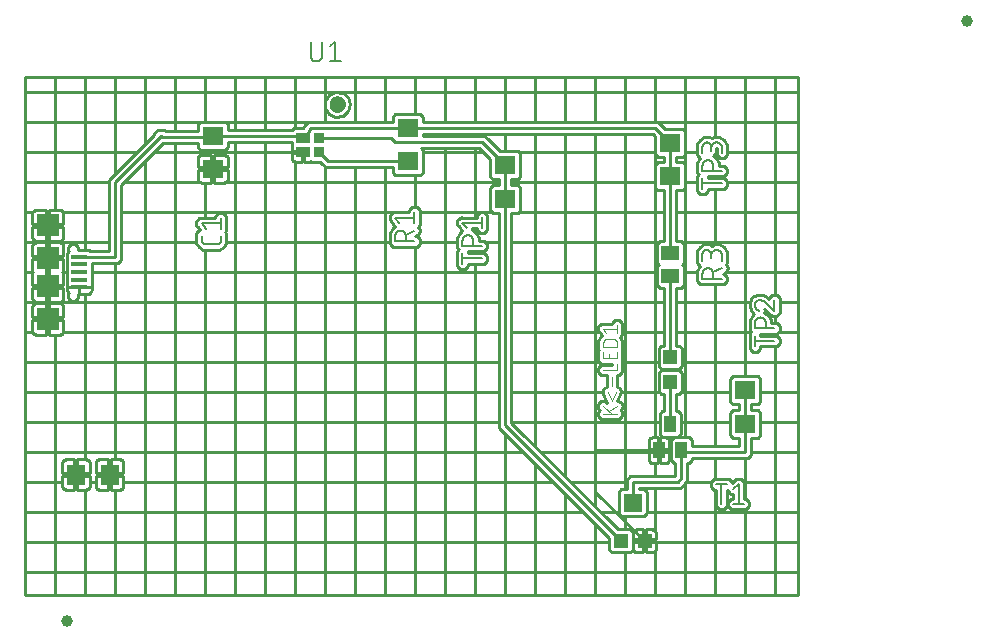
<source format=gtl>
G04 EAGLE Gerber RS-274X export*
G75*
%MOMM*%
%FSLAX34Y34*%
%LPD*%
%INTop Copper*%
%IPPOS*%
%AMOC8*
5,1,8,0,0,1.08239X$1,22.5*%
G01*
%ADD10C,0.152400*%
%ADD11C,0.127000*%
%ADD12C,0.101600*%
%ADD13C,0.254000*%
%ADD14C,1.000000*%
%ADD15R,0.950000X0.850000*%
%ADD16R,1.150000X0.850000*%
%ADD17R,1.150000X0.970000*%
%ADD18R,0.950000X0.970000*%
%ADD19R,1.803000X1.600000*%
%ADD20R,1.800000X1.600000*%
%ADD21R,1.200000X1.200000*%
%ADD22R,1.600000X1.500000*%
%ADD23R,1.000000X1.400000*%
%ADD24R,1.500000X1.300000*%
%ADD25R,1.346200X0.381000*%
%ADD26R,1.900000X1.900000*%
%ADD27R,1.600000X1.803000*%


D10*
X165608Y361047D02*
X165608Y357434D01*
X165606Y357316D01*
X165600Y357198D01*
X165591Y357080D01*
X165577Y356963D01*
X165560Y356846D01*
X165539Y356729D01*
X165514Y356614D01*
X165485Y356499D01*
X165452Y356385D01*
X165416Y356273D01*
X165376Y356162D01*
X165333Y356052D01*
X165286Y355943D01*
X165236Y355836D01*
X165181Y355731D01*
X165124Y355628D01*
X165063Y355527D01*
X164999Y355427D01*
X164932Y355330D01*
X164862Y355235D01*
X164788Y355143D01*
X164712Y355052D01*
X164632Y354965D01*
X164550Y354880D01*
X164465Y354798D01*
X164378Y354718D01*
X164287Y354642D01*
X164195Y354568D01*
X164100Y354498D01*
X164003Y354431D01*
X163903Y354367D01*
X163802Y354306D01*
X163699Y354249D01*
X163594Y354194D01*
X163487Y354144D01*
X163378Y354097D01*
X163268Y354054D01*
X163157Y354014D01*
X163045Y353978D01*
X162931Y353945D01*
X162816Y353916D01*
X162701Y353891D01*
X162584Y353870D01*
X162467Y353853D01*
X162350Y353839D01*
X162232Y353830D01*
X162114Y353824D01*
X161996Y353822D01*
X152964Y353822D01*
X152846Y353824D01*
X152728Y353830D01*
X152610Y353839D01*
X152492Y353853D01*
X152375Y353870D01*
X152259Y353891D01*
X152144Y353916D01*
X152029Y353945D01*
X151915Y353978D01*
X151803Y354014D01*
X151691Y354054D01*
X151581Y354097D01*
X151473Y354144D01*
X151366Y354195D01*
X151261Y354249D01*
X151158Y354306D01*
X151056Y354367D01*
X150957Y354431D01*
X150860Y354498D01*
X150765Y354569D01*
X150672Y354642D01*
X150582Y354719D01*
X150494Y354798D01*
X150409Y354880D01*
X150327Y354965D01*
X150248Y355053D01*
X150171Y355143D01*
X150098Y355236D01*
X150027Y355330D01*
X149960Y355428D01*
X149896Y355527D01*
X149835Y355628D01*
X149778Y355732D01*
X149724Y355837D01*
X149673Y355944D01*
X149626Y356052D01*
X149583Y356162D01*
X149543Y356274D01*
X149507Y356386D01*
X149474Y356500D01*
X149445Y356615D01*
X149420Y356730D01*
X149399Y356846D01*
X149382Y356963D01*
X149368Y357081D01*
X149359Y357199D01*
X149353Y357317D01*
X149351Y357435D01*
X149352Y357434D02*
X149352Y361047D01*
X152964Y366888D02*
X149352Y371403D01*
X165608Y371403D01*
X165608Y366888D02*
X165608Y375919D01*
D11*
X241935Y513221D02*
X241935Y525145D01*
X241935Y513221D02*
X241937Y513086D01*
X241943Y512952D01*
X241953Y512818D01*
X241967Y512684D01*
X241984Y512550D01*
X242006Y512417D01*
X242032Y512285D01*
X242061Y512154D01*
X242094Y512023D01*
X242131Y511894D01*
X242172Y511765D01*
X242217Y511638D01*
X242265Y511513D01*
X242317Y511389D01*
X242373Y511266D01*
X242432Y511145D01*
X242494Y511026D01*
X242561Y510909D01*
X242630Y510793D01*
X242703Y510680D01*
X242779Y510569D01*
X242859Y510460D01*
X242942Y510354D01*
X243027Y510250D01*
X243116Y510149D01*
X243208Y510050D01*
X243302Y509954D01*
X243399Y509861D01*
X243499Y509771D01*
X243602Y509684D01*
X243707Y509600D01*
X243815Y509519D01*
X243924Y509441D01*
X244036Y509366D01*
X244151Y509295D01*
X244267Y509227D01*
X244385Y509163D01*
X244505Y509102D01*
X244627Y509044D01*
X244750Y508991D01*
X244875Y508940D01*
X245002Y508894D01*
X245129Y508851D01*
X245258Y508812D01*
X245388Y508777D01*
X245519Y508746D01*
X245651Y508718D01*
X245784Y508695D01*
X245917Y508675D01*
X246051Y508659D01*
X246185Y508647D01*
X246319Y508639D01*
X246454Y508635D01*
X246588Y508635D01*
X246723Y508639D01*
X246857Y508647D01*
X246991Y508659D01*
X247125Y508675D01*
X247258Y508695D01*
X247391Y508718D01*
X247523Y508746D01*
X247654Y508777D01*
X247784Y508812D01*
X247913Y508851D01*
X248040Y508894D01*
X248167Y508940D01*
X248292Y508991D01*
X248415Y509044D01*
X248537Y509102D01*
X248657Y509163D01*
X248775Y509227D01*
X248891Y509295D01*
X249006Y509366D01*
X249118Y509441D01*
X249227Y509519D01*
X249335Y509600D01*
X249440Y509684D01*
X249543Y509771D01*
X249643Y509861D01*
X249740Y509954D01*
X249834Y510050D01*
X249926Y510149D01*
X250015Y510250D01*
X250100Y510354D01*
X250183Y510460D01*
X250263Y510569D01*
X250339Y510680D01*
X250412Y510793D01*
X250481Y510909D01*
X250548Y511026D01*
X250610Y511145D01*
X250669Y511266D01*
X250725Y511389D01*
X250777Y511513D01*
X250825Y511638D01*
X250870Y511765D01*
X250911Y511894D01*
X250948Y512023D01*
X250981Y512154D01*
X251010Y512285D01*
X251036Y512417D01*
X251058Y512550D01*
X251075Y512684D01*
X251089Y512818D01*
X251099Y512952D01*
X251105Y513086D01*
X251107Y513221D01*
X251107Y525145D01*
X258087Y521476D02*
X262673Y525145D01*
X262673Y508635D01*
X258087Y508635D02*
X267260Y508635D01*
X313055Y356235D02*
X329565Y356235D01*
X313055Y356235D02*
X313055Y360821D01*
X313057Y360956D01*
X313063Y361090D01*
X313073Y361224D01*
X313087Y361358D01*
X313104Y361492D01*
X313126Y361625D01*
X313152Y361757D01*
X313181Y361888D01*
X313214Y362019D01*
X313251Y362148D01*
X313292Y362277D01*
X313337Y362404D01*
X313385Y362529D01*
X313437Y362653D01*
X313493Y362776D01*
X313552Y362897D01*
X313614Y363016D01*
X313681Y363133D01*
X313750Y363249D01*
X313823Y363362D01*
X313899Y363473D01*
X313979Y363582D01*
X314062Y363688D01*
X314147Y363792D01*
X314236Y363893D01*
X314328Y363992D01*
X314422Y364088D01*
X314519Y364181D01*
X314619Y364271D01*
X314722Y364358D01*
X314827Y364442D01*
X314935Y364523D01*
X315044Y364601D01*
X315156Y364676D01*
X315271Y364747D01*
X315387Y364815D01*
X315505Y364879D01*
X315625Y364940D01*
X315747Y364998D01*
X315870Y365051D01*
X315995Y365102D01*
X316122Y365148D01*
X316249Y365191D01*
X316378Y365230D01*
X316508Y365265D01*
X316639Y365296D01*
X316771Y365324D01*
X316904Y365347D01*
X317037Y365367D01*
X317171Y365383D01*
X317305Y365395D01*
X317439Y365403D01*
X317574Y365407D01*
X317708Y365407D01*
X317843Y365403D01*
X317977Y365395D01*
X318111Y365383D01*
X318245Y365367D01*
X318378Y365347D01*
X318511Y365324D01*
X318643Y365296D01*
X318774Y365265D01*
X318904Y365230D01*
X319033Y365191D01*
X319160Y365148D01*
X319287Y365102D01*
X319412Y365051D01*
X319535Y364998D01*
X319657Y364940D01*
X319777Y364879D01*
X319895Y364815D01*
X320011Y364747D01*
X320126Y364676D01*
X320238Y364601D01*
X320347Y364523D01*
X320455Y364442D01*
X320560Y364358D01*
X320663Y364271D01*
X320763Y364181D01*
X320860Y364088D01*
X320954Y363992D01*
X321046Y363893D01*
X321135Y363792D01*
X321220Y363688D01*
X321303Y363582D01*
X321383Y363473D01*
X321459Y363362D01*
X321532Y363249D01*
X321601Y363133D01*
X321668Y363016D01*
X321730Y362897D01*
X321789Y362776D01*
X321845Y362653D01*
X321897Y362529D01*
X321945Y362404D01*
X321990Y362277D01*
X322031Y362148D01*
X322068Y362019D01*
X322101Y361888D01*
X322130Y361757D01*
X322156Y361625D01*
X322178Y361492D01*
X322195Y361358D01*
X322209Y361224D01*
X322219Y361090D01*
X322225Y360956D01*
X322227Y360821D01*
X322227Y356235D01*
X322227Y361738D02*
X329565Y365407D01*
X316724Y371784D02*
X313055Y376370D01*
X329565Y376370D01*
X329565Y371784D02*
X329565Y380956D01*
X370205Y341771D02*
X386715Y341771D01*
X370205Y337185D02*
X370205Y346357D01*
X370205Y352485D02*
X386715Y352485D01*
X370205Y352485D02*
X370205Y357071D01*
X370207Y357206D01*
X370213Y357340D01*
X370223Y357474D01*
X370237Y357608D01*
X370254Y357742D01*
X370276Y357875D01*
X370302Y358007D01*
X370331Y358138D01*
X370364Y358269D01*
X370401Y358398D01*
X370442Y358527D01*
X370487Y358654D01*
X370535Y358779D01*
X370587Y358903D01*
X370643Y359026D01*
X370702Y359147D01*
X370764Y359266D01*
X370831Y359383D01*
X370900Y359499D01*
X370973Y359612D01*
X371049Y359723D01*
X371129Y359832D01*
X371212Y359938D01*
X371297Y360042D01*
X371386Y360143D01*
X371478Y360242D01*
X371572Y360338D01*
X371669Y360431D01*
X371769Y360521D01*
X371872Y360608D01*
X371977Y360692D01*
X372085Y360773D01*
X372194Y360851D01*
X372306Y360926D01*
X372421Y360997D01*
X372537Y361065D01*
X372655Y361129D01*
X372775Y361190D01*
X372897Y361248D01*
X373020Y361301D01*
X373145Y361352D01*
X373272Y361398D01*
X373399Y361441D01*
X373528Y361480D01*
X373658Y361515D01*
X373789Y361546D01*
X373921Y361574D01*
X374054Y361597D01*
X374187Y361617D01*
X374321Y361633D01*
X374455Y361645D01*
X374589Y361653D01*
X374724Y361657D01*
X374858Y361657D01*
X374993Y361653D01*
X375127Y361645D01*
X375261Y361633D01*
X375395Y361617D01*
X375528Y361597D01*
X375661Y361574D01*
X375793Y361546D01*
X375924Y361515D01*
X376054Y361480D01*
X376183Y361441D01*
X376310Y361398D01*
X376437Y361352D01*
X376562Y361301D01*
X376685Y361248D01*
X376807Y361190D01*
X376927Y361129D01*
X377045Y361065D01*
X377161Y360997D01*
X377276Y360926D01*
X377388Y360851D01*
X377497Y360773D01*
X377605Y360692D01*
X377710Y360608D01*
X377813Y360521D01*
X377913Y360431D01*
X378010Y360338D01*
X378104Y360242D01*
X378196Y360143D01*
X378285Y360042D01*
X378370Y359938D01*
X378453Y359832D01*
X378533Y359723D01*
X378609Y359612D01*
X378682Y359499D01*
X378751Y359383D01*
X378818Y359266D01*
X378880Y359147D01*
X378939Y359026D01*
X378995Y358903D01*
X379047Y358779D01*
X379095Y358654D01*
X379140Y358527D01*
X379181Y358398D01*
X379218Y358269D01*
X379251Y358138D01*
X379280Y358007D01*
X379306Y357875D01*
X379328Y357742D01*
X379345Y357608D01*
X379359Y357474D01*
X379369Y357340D01*
X379375Y357206D01*
X379377Y357071D01*
X379377Y352485D01*
X373874Y367405D02*
X370205Y371992D01*
X386715Y371992D01*
X386715Y376578D02*
X386715Y367405D01*
X573405Y405271D02*
X589915Y405271D01*
X573405Y400685D02*
X573405Y409857D01*
X573405Y415985D02*
X589915Y415985D01*
X573405Y415985D02*
X573405Y420571D01*
X573407Y420706D01*
X573413Y420840D01*
X573423Y420974D01*
X573437Y421108D01*
X573454Y421242D01*
X573476Y421375D01*
X573502Y421507D01*
X573531Y421638D01*
X573564Y421769D01*
X573601Y421898D01*
X573642Y422027D01*
X573687Y422154D01*
X573735Y422279D01*
X573787Y422403D01*
X573843Y422526D01*
X573902Y422647D01*
X573964Y422766D01*
X574031Y422883D01*
X574100Y422999D01*
X574173Y423112D01*
X574249Y423223D01*
X574329Y423332D01*
X574412Y423438D01*
X574497Y423542D01*
X574586Y423643D01*
X574678Y423742D01*
X574772Y423838D01*
X574869Y423931D01*
X574969Y424021D01*
X575072Y424108D01*
X575177Y424192D01*
X575285Y424273D01*
X575394Y424351D01*
X575506Y424426D01*
X575621Y424497D01*
X575737Y424565D01*
X575855Y424629D01*
X575975Y424690D01*
X576097Y424748D01*
X576220Y424801D01*
X576345Y424852D01*
X576472Y424898D01*
X576599Y424941D01*
X576728Y424980D01*
X576858Y425015D01*
X576989Y425046D01*
X577121Y425074D01*
X577254Y425097D01*
X577387Y425117D01*
X577521Y425133D01*
X577655Y425145D01*
X577789Y425153D01*
X577924Y425157D01*
X578058Y425157D01*
X578193Y425153D01*
X578327Y425145D01*
X578461Y425133D01*
X578595Y425117D01*
X578728Y425097D01*
X578861Y425074D01*
X578993Y425046D01*
X579124Y425015D01*
X579254Y424980D01*
X579383Y424941D01*
X579510Y424898D01*
X579637Y424852D01*
X579762Y424801D01*
X579885Y424748D01*
X580007Y424690D01*
X580127Y424629D01*
X580245Y424565D01*
X580361Y424497D01*
X580476Y424426D01*
X580588Y424351D01*
X580697Y424273D01*
X580805Y424192D01*
X580910Y424108D01*
X581013Y424021D01*
X581113Y423931D01*
X581210Y423838D01*
X581304Y423742D01*
X581396Y423643D01*
X581485Y423542D01*
X581570Y423438D01*
X581653Y423332D01*
X581733Y423223D01*
X581809Y423112D01*
X581882Y422999D01*
X581951Y422883D01*
X582018Y422766D01*
X582080Y422647D01*
X582139Y422526D01*
X582195Y422403D01*
X582247Y422279D01*
X582295Y422154D01*
X582340Y422027D01*
X582381Y421898D01*
X582418Y421769D01*
X582451Y421638D01*
X582480Y421507D01*
X582506Y421375D01*
X582528Y421242D01*
X582545Y421108D01*
X582559Y420974D01*
X582569Y420840D01*
X582575Y420706D01*
X582577Y420571D01*
X582577Y415985D01*
X589915Y430905D02*
X589915Y435492D01*
X589913Y435627D01*
X589907Y435761D01*
X589897Y435895D01*
X589883Y436029D01*
X589866Y436163D01*
X589844Y436296D01*
X589818Y436428D01*
X589789Y436559D01*
X589756Y436690D01*
X589719Y436819D01*
X589678Y436948D01*
X589633Y437075D01*
X589585Y437200D01*
X589533Y437324D01*
X589477Y437447D01*
X589418Y437568D01*
X589356Y437687D01*
X589289Y437804D01*
X589220Y437920D01*
X589147Y438033D01*
X589071Y438144D01*
X588991Y438253D01*
X588908Y438359D01*
X588823Y438463D01*
X588734Y438564D01*
X588642Y438663D01*
X588548Y438759D01*
X588451Y438852D01*
X588351Y438942D01*
X588248Y439029D01*
X588143Y439113D01*
X588035Y439194D01*
X587926Y439272D01*
X587814Y439347D01*
X587699Y439418D01*
X587583Y439486D01*
X587465Y439550D01*
X587345Y439611D01*
X587223Y439669D01*
X587100Y439722D01*
X586975Y439773D01*
X586848Y439819D01*
X586721Y439862D01*
X586592Y439901D01*
X586462Y439936D01*
X586331Y439967D01*
X586199Y439995D01*
X586066Y440018D01*
X585933Y440038D01*
X585799Y440054D01*
X585665Y440066D01*
X585531Y440074D01*
X585396Y440078D01*
X585262Y440078D01*
X585127Y440074D01*
X584993Y440066D01*
X584859Y440054D01*
X584725Y440038D01*
X584592Y440018D01*
X584459Y439995D01*
X584327Y439967D01*
X584196Y439936D01*
X584066Y439901D01*
X583937Y439862D01*
X583810Y439819D01*
X583683Y439773D01*
X583558Y439722D01*
X583435Y439669D01*
X583313Y439611D01*
X583193Y439550D01*
X583075Y439486D01*
X582959Y439418D01*
X582844Y439347D01*
X582732Y439272D01*
X582623Y439194D01*
X582515Y439113D01*
X582410Y439029D01*
X582307Y438942D01*
X582207Y438852D01*
X582110Y438759D01*
X582016Y438663D01*
X581924Y438564D01*
X581835Y438463D01*
X581750Y438359D01*
X581667Y438253D01*
X581587Y438144D01*
X581511Y438033D01*
X581438Y437920D01*
X581369Y437804D01*
X581302Y437687D01*
X581240Y437568D01*
X581181Y437447D01*
X581125Y437324D01*
X581073Y437200D01*
X581025Y437075D01*
X580980Y436948D01*
X580939Y436819D01*
X580902Y436690D01*
X580869Y436559D01*
X580840Y436428D01*
X580814Y436296D01*
X580792Y436163D01*
X580775Y436029D01*
X580761Y435895D01*
X580751Y435761D01*
X580745Y435627D01*
X580743Y435492D01*
X573405Y436409D02*
X573405Y430905D01*
X573405Y436409D02*
X573407Y436529D01*
X573413Y436649D01*
X573423Y436769D01*
X573436Y436888D01*
X573454Y437007D01*
X573475Y437125D01*
X573501Y437242D01*
X573530Y437359D01*
X573563Y437474D01*
X573600Y437588D01*
X573640Y437701D01*
X573684Y437813D01*
X573732Y437923D01*
X573783Y438032D01*
X573838Y438139D01*
X573897Y438244D01*
X573958Y438346D01*
X574023Y438447D01*
X574092Y438546D01*
X574163Y438643D01*
X574238Y438737D01*
X574315Y438828D01*
X574396Y438917D01*
X574480Y439003D01*
X574566Y439087D01*
X574655Y439168D01*
X574746Y439245D01*
X574840Y439320D01*
X574937Y439391D01*
X575036Y439460D01*
X575137Y439525D01*
X575240Y439586D01*
X575344Y439645D01*
X575451Y439700D01*
X575560Y439751D01*
X575670Y439799D01*
X575782Y439843D01*
X575895Y439883D01*
X576009Y439920D01*
X576124Y439953D01*
X576241Y439982D01*
X576358Y440008D01*
X576476Y440029D01*
X576595Y440047D01*
X576714Y440060D01*
X576834Y440070D01*
X576954Y440076D01*
X577074Y440078D01*
X577194Y440076D01*
X577314Y440070D01*
X577434Y440060D01*
X577553Y440047D01*
X577672Y440029D01*
X577790Y440008D01*
X577907Y439982D01*
X578024Y439953D01*
X578139Y439920D01*
X578253Y439883D01*
X578366Y439843D01*
X578478Y439799D01*
X578588Y439751D01*
X578697Y439700D01*
X578804Y439645D01*
X578909Y439586D01*
X579011Y439525D01*
X579112Y439460D01*
X579211Y439391D01*
X579308Y439320D01*
X579402Y439245D01*
X579493Y439168D01*
X579582Y439087D01*
X579668Y439003D01*
X579752Y438917D01*
X579833Y438828D01*
X579910Y438737D01*
X579985Y438643D01*
X580056Y438546D01*
X580125Y438447D01*
X580190Y438346D01*
X580251Y438244D01*
X580310Y438139D01*
X580365Y438032D01*
X580416Y437923D01*
X580464Y437813D01*
X580508Y437701D01*
X580548Y437588D01*
X580585Y437474D01*
X580618Y437359D01*
X580647Y437242D01*
X580673Y437125D01*
X580694Y437007D01*
X580712Y436888D01*
X580725Y436769D01*
X580735Y436649D01*
X580741Y436529D01*
X580743Y436409D01*
X580743Y432740D01*
X573405Y324485D02*
X589915Y324485D01*
X573405Y324485D02*
X573405Y329071D01*
X573407Y329206D01*
X573413Y329340D01*
X573423Y329474D01*
X573437Y329608D01*
X573454Y329742D01*
X573476Y329875D01*
X573502Y330007D01*
X573531Y330138D01*
X573564Y330269D01*
X573601Y330398D01*
X573642Y330527D01*
X573687Y330654D01*
X573735Y330779D01*
X573787Y330903D01*
X573843Y331026D01*
X573902Y331147D01*
X573964Y331266D01*
X574031Y331383D01*
X574100Y331499D01*
X574173Y331612D01*
X574249Y331723D01*
X574329Y331832D01*
X574412Y331938D01*
X574497Y332042D01*
X574586Y332143D01*
X574678Y332242D01*
X574772Y332338D01*
X574869Y332431D01*
X574969Y332521D01*
X575072Y332608D01*
X575177Y332692D01*
X575285Y332773D01*
X575394Y332851D01*
X575506Y332926D01*
X575621Y332997D01*
X575737Y333065D01*
X575855Y333129D01*
X575975Y333190D01*
X576097Y333248D01*
X576220Y333301D01*
X576345Y333352D01*
X576472Y333398D01*
X576599Y333441D01*
X576728Y333480D01*
X576858Y333515D01*
X576989Y333546D01*
X577121Y333574D01*
X577254Y333597D01*
X577387Y333617D01*
X577521Y333633D01*
X577655Y333645D01*
X577789Y333653D01*
X577924Y333657D01*
X578058Y333657D01*
X578193Y333653D01*
X578327Y333645D01*
X578461Y333633D01*
X578595Y333617D01*
X578728Y333597D01*
X578861Y333574D01*
X578993Y333546D01*
X579124Y333515D01*
X579254Y333480D01*
X579383Y333441D01*
X579510Y333398D01*
X579637Y333352D01*
X579762Y333301D01*
X579885Y333248D01*
X580007Y333190D01*
X580127Y333129D01*
X580245Y333065D01*
X580361Y332997D01*
X580476Y332926D01*
X580588Y332851D01*
X580697Y332773D01*
X580805Y332692D01*
X580910Y332608D01*
X581013Y332521D01*
X581113Y332431D01*
X581210Y332338D01*
X581304Y332242D01*
X581396Y332143D01*
X581485Y332042D01*
X581570Y331938D01*
X581653Y331832D01*
X581733Y331723D01*
X581809Y331612D01*
X581882Y331499D01*
X581951Y331383D01*
X582018Y331266D01*
X582080Y331147D01*
X582139Y331026D01*
X582195Y330903D01*
X582247Y330779D01*
X582295Y330654D01*
X582340Y330527D01*
X582381Y330398D01*
X582418Y330269D01*
X582451Y330138D01*
X582480Y330007D01*
X582506Y329875D01*
X582528Y329742D01*
X582545Y329608D01*
X582559Y329474D01*
X582569Y329340D01*
X582575Y329206D01*
X582577Y329071D01*
X582577Y324485D01*
X582577Y329988D02*
X589915Y333657D01*
X589915Y340034D02*
X589915Y344620D01*
X589913Y344755D01*
X589907Y344889D01*
X589897Y345023D01*
X589883Y345157D01*
X589866Y345291D01*
X589844Y345424D01*
X589818Y345556D01*
X589789Y345687D01*
X589756Y345818D01*
X589719Y345947D01*
X589678Y346076D01*
X589633Y346203D01*
X589585Y346328D01*
X589533Y346452D01*
X589477Y346575D01*
X589418Y346696D01*
X589356Y346815D01*
X589289Y346932D01*
X589220Y347048D01*
X589147Y347161D01*
X589071Y347272D01*
X588991Y347381D01*
X588908Y347487D01*
X588823Y347591D01*
X588734Y347692D01*
X588642Y347791D01*
X588548Y347887D01*
X588451Y347980D01*
X588351Y348070D01*
X588248Y348157D01*
X588143Y348241D01*
X588035Y348322D01*
X587926Y348400D01*
X587814Y348475D01*
X587699Y348546D01*
X587583Y348614D01*
X587465Y348678D01*
X587345Y348739D01*
X587223Y348797D01*
X587100Y348850D01*
X586975Y348901D01*
X586848Y348947D01*
X586721Y348990D01*
X586592Y349029D01*
X586462Y349064D01*
X586331Y349095D01*
X586199Y349123D01*
X586066Y349146D01*
X585933Y349166D01*
X585799Y349182D01*
X585665Y349194D01*
X585531Y349202D01*
X585396Y349206D01*
X585262Y349206D01*
X585127Y349202D01*
X584993Y349194D01*
X584859Y349182D01*
X584725Y349166D01*
X584592Y349146D01*
X584459Y349123D01*
X584327Y349095D01*
X584196Y349064D01*
X584066Y349029D01*
X583937Y348990D01*
X583810Y348947D01*
X583683Y348901D01*
X583558Y348850D01*
X583435Y348797D01*
X583313Y348739D01*
X583193Y348678D01*
X583075Y348614D01*
X582959Y348546D01*
X582844Y348475D01*
X582732Y348400D01*
X582623Y348322D01*
X582515Y348241D01*
X582410Y348157D01*
X582307Y348070D01*
X582207Y347980D01*
X582110Y347887D01*
X582016Y347791D01*
X581924Y347692D01*
X581835Y347591D01*
X581750Y347487D01*
X581667Y347381D01*
X581587Y347272D01*
X581511Y347161D01*
X581438Y347048D01*
X581369Y346932D01*
X581302Y346815D01*
X581240Y346696D01*
X581181Y346575D01*
X581125Y346452D01*
X581073Y346328D01*
X581025Y346203D01*
X580980Y346076D01*
X580939Y345947D01*
X580902Y345818D01*
X580869Y345687D01*
X580840Y345556D01*
X580814Y345424D01*
X580792Y345291D01*
X580775Y345157D01*
X580761Y345023D01*
X580751Y344889D01*
X580745Y344755D01*
X580743Y344620D01*
X573405Y345537D02*
X573405Y340034D01*
X573405Y345537D02*
X573407Y345657D01*
X573413Y345777D01*
X573423Y345897D01*
X573436Y346016D01*
X573454Y346135D01*
X573475Y346253D01*
X573501Y346370D01*
X573530Y346487D01*
X573563Y346602D01*
X573600Y346716D01*
X573640Y346829D01*
X573684Y346941D01*
X573732Y347051D01*
X573783Y347160D01*
X573838Y347267D01*
X573897Y347372D01*
X573958Y347474D01*
X574023Y347575D01*
X574092Y347674D01*
X574163Y347771D01*
X574238Y347865D01*
X574315Y347956D01*
X574396Y348045D01*
X574480Y348131D01*
X574566Y348215D01*
X574655Y348296D01*
X574746Y348373D01*
X574840Y348448D01*
X574937Y348519D01*
X575036Y348588D01*
X575137Y348653D01*
X575240Y348714D01*
X575344Y348773D01*
X575451Y348828D01*
X575560Y348879D01*
X575670Y348927D01*
X575782Y348971D01*
X575895Y349011D01*
X576009Y349048D01*
X576124Y349081D01*
X576241Y349110D01*
X576358Y349136D01*
X576476Y349157D01*
X576595Y349175D01*
X576714Y349188D01*
X576834Y349198D01*
X576954Y349204D01*
X577074Y349206D01*
X577194Y349204D01*
X577314Y349198D01*
X577434Y349188D01*
X577553Y349175D01*
X577672Y349157D01*
X577790Y349136D01*
X577907Y349110D01*
X578024Y349081D01*
X578139Y349048D01*
X578253Y349011D01*
X578366Y348971D01*
X578478Y348927D01*
X578588Y348879D01*
X578697Y348828D01*
X578804Y348773D01*
X578909Y348714D01*
X579011Y348653D01*
X579112Y348588D01*
X579211Y348519D01*
X579308Y348448D01*
X579402Y348373D01*
X579493Y348296D01*
X579582Y348215D01*
X579668Y348131D01*
X579752Y348045D01*
X579833Y347956D01*
X579910Y347865D01*
X579985Y347771D01*
X580056Y347674D01*
X580125Y347575D01*
X580190Y347474D01*
X580251Y347372D01*
X580310Y347267D01*
X580365Y347160D01*
X580416Y347051D01*
X580464Y346941D01*
X580508Y346829D01*
X580548Y346716D01*
X580585Y346602D01*
X580618Y346487D01*
X580647Y346370D01*
X580673Y346253D01*
X580694Y346135D01*
X580712Y346016D01*
X580725Y345897D01*
X580735Y345777D01*
X580741Y345657D01*
X580743Y345537D01*
X580743Y341868D01*
D12*
X501142Y210058D02*
X489458Y210058D01*
X489458Y216549D02*
X496598Y210058D01*
X494002Y212654D02*
X501142Y216549D01*
X496598Y221051D02*
X493353Y228840D01*
X499844Y228840D02*
X496598Y221051D01*
X496598Y234005D02*
X496598Y241794D01*
X501142Y247249D02*
X489458Y247249D01*
X501142Y247249D02*
X501142Y252442D01*
X501142Y257155D02*
X501142Y262348D01*
X501142Y257155D02*
X489458Y257155D01*
X489458Y262348D01*
X494651Y261050D02*
X494651Y257155D01*
X489458Y267039D02*
X501142Y267039D01*
X489458Y267039D02*
X489458Y270284D01*
X489460Y270397D01*
X489466Y270510D01*
X489476Y270623D01*
X489490Y270736D01*
X489507Y270848D01*
X489529Y270959D01*
X489554Y271069D01*
X489584Y271179D01*
X489617Y271287D01*
X489654Y271394D01*
X489694Y271500D01*
X489739Y271604D01*
X489787Y271707D01*
X489838Y271808D01*
X489893Y271907D01*
X489951Y272004D01*
X490013Y272099D01*
X490078Y272192D01*
X490146Y272282D01*
X490217Y272370D01*
X490292Y272456D01*
X490369Y272539D01*
X490449Y272619D01*
X490532Y272696D01*
X490618Y272771D01*
X490706Y272842D01*
X490796Y272910D01*
X490889Y272975D01*
X490984Y273037D01*
X491081Y273095D01*
X491180Y273150D01*
X491281Y273201D01*
X491384Y273249D01*
X491488Y273294D01*
X491594Y273334D01*
X491701Y273371D01*
X491809Y273404D01*
X491919Y273434D01*
X492029Y273459D01*
X492140Y273481D01*
X492252Y273498D01*
X492365Y273512D01*
X492478Y273522D01*
X492591Y273528D01*
X492704Y273530D01*
X497896Y273530D01*
X498009Y273528D01*
X498122Y273522D01*
X498235Y273512D01*
X498348Y273498D01*
X498460Y273481D01*
X498571Y273459D01*
X498681Y273434D01*
X498791Y273404D01*
X498899Y273371D01*
X499006Y273334D01*
X499112Y273294D01*
X499216Y273249D01*
X499319Y273201D01*
X499420Y273150D01*
X499519Y273095D01*
X499616Y273037D01*
X499711Y272975D01*
X499804Y272910D01*
X499894Y272842D01*
X499982Y272771D01*
X500068Y272696D01*
X500151Y272619D01*
X500231Y272539D01*
X500308Y272456D01*
X500383Y272370D01*
X500454Y272282D01*
X500522Y272192D01*
X500587Y272099D01*
X500649Y272004D01*
X500707Y271907D01*
X500762Y271808D01*
X500813Y271707D01*
X500861Y271604D01*
X500906Y271500D01*
X500946Y271394D01*
X500983Y271287D01*
X501016Y271179D01*
X501046Y271069D01*
X501071Y270959D01*
X501093Y270848D01*
X501110Y270736D01*
X501124Y270623D01*
X501134Y270510D01*
X501140Y270397D01*
X501142Y270284D01*
X501142Y267039D01*
X492054Y278850D02*
X489458Y282095D01*
X501142Y282095D01*
X501142Y278850D02*
X501142Y285341D01*
D11*
X617855Y271921D02*
X634365Y271921D01*
X617855Y267335D02*
X617855Y276507D01*
X617855Y282635D02*
X634365Y282635D01*
X617855Y282635D02*
X617855Y287221D01*
X617857Y287356D01*
X617863Y287490D01*
X617873Y287624D01*
X617887Y287758D01*
X617904Y287892D01*
X617926Y288025D01*
X617952Y288157D01*
X617981Y288288D01*
X618014Y288419D01*
X618051Y288548D01*
X618092Y288677D01*
X618137Y288804D01*
X618185Y288929D01*
X618237Y289053D01*
X618293Y289176D01*
X618352Y289297D01*
X618414Y289416D01*
X618481Y289533D01*
X618550Y289649D01*
X618623Y289762D01*
X618699Y289873D01*
X618779Y289982D01*
X618862Y290088D01*
X618947Y290192D01*
X619036Y290293D01*
X619128Y290392D01*
X619222Y290488D01*
X619319Y290581D01*
X619419Y290671D01*
X619522Y290758D01*
X619627Y290842D01*
X619735Y290923D01*
X619844Y291001D01*
X619956Y291076D01*
X620071Y291147D01*
X620187Y291215D01*
X620305Y291279D01*
X620425Y291340D01*
X620547Y291398D01*
X620670Y291451D01*
X620795Y291502D01*
X620922Y291548D01*
X621049Y291591D01*
X621178Y291630D01*
X621308Y291665D01*
X621439Y291696D01*
X621571Y291724D01*
X621704Y291747D01*
X621837Y291767D01*
X621971Y291783D01*
X622105Y291795D01*
X622239Y291803D01*
X622374Y291807D01*
X622508Y291807D01*
X622643Y291803D01*
X622777Y291795D01*
X622911Y291783D01*
X623045Y291767D01*
X623178Y291747D01*
X623311Y291724D01*
X623443Y291696D01*
X623574Y291665D01*
X623704Y291630D01*
X623833Y291591D01*
X623960Y291548D01*
X624087Y291502D01*
X624212Y291451D01*
X624335Y291398D01*
X624457Y291340D01*
X624577Y291279D01*
X624695Y291215D01*
X624811Y291147D01*
X624926Y291076D01*
X625038Y291001D01*
X625147Y290923D01*
X625255Y290842D01*
X625360Y290758D01*
X625463Y290671D01*
X625563Y290581D01*
X625660Y290488D01*
X625754Y290392D01*
X625846Y290293D01*
X625935Y290192D01*
X626020Y290088D01*
X626103Y289982D01*
X626183Y289873D01*
X626259Y289762D01*
X626332Y289649D01*
X626401Y289533D01*
X626468Y289416D01*
X626530Y289297D01*
X626589Y289176D01*
X626645Y289053D01*
X626697Y288929D01*
X626745Y288804D01*
X626790Y288677D01*
X626831Y288548D01*
X626868Y288419D01*
X626901Y288288D01*
X626930Y288157D01*
X626956Y288025D01*
X626978Y287892D01*
X626995Y287758D01*
X627009Y287624D01*
X627019Y287490D01*
X627025Y287356D01*
X627027Y287221D01*
X627027Y282635D01*
X617855Y302600D02*
X617857Y302727D01*
X617863Y302854D01*
X617873Y302981D01*
X617886Y303107D01*
X617904Y303233D01*
X617925Y303359D01*
X617951Y303483D01*
X617980Y303607D01*
X618013Y303730D01*
X618049Y303851D01*
X618090Y303972D01*
X618134Y304091D01*
X618182Y304209D01*
X618233Y304325D01*
X618288Y304440D01*
X618346Y304553D01*
X618408Y304664D01*
X618473Y304773D01*
X618542Y304880D01*
X618614Y304985D01*
X618689Y305088D01*
X618767Y305188D01*
X618848Y305286D01*
X618932Y305381D01*
X619019Y305474D01*
X619109Y305564D01*
X619202Y305651D01*
X619297Y305735D01*
X619395Y305816D01*
X619495Y305894D01*
X619598Y305969D01*
X619703Y306041D01*
X619810Y306110D01*
X619919Y306175D01*
X620030Y306237D01*
X620143Y306295D01*
X620258Y306350D01*
X620374Y306401D01*
X620492Y306449D01*
X620611Y306493D01*
X620732Y306534D01*
X620853Y306570D01*
X620976Y306603D01*
X621100Y306632D01*
X621224Y306658D01*
X621350Y306679D01*
X621476Y306697D01*
X621602Y306710D01*
X621729Y306720D01*
X621856Y306726D01*
X621983Y306728D01*
X617855Y302600D02*
X617857Y302455D01*
X617863Y302310D01*
X617873Y302166D01*
X617887Y302021D01*
X617904Y301877D01*
X617926Y301734D01*
X617952Y301591D01*
X617981Y301449D01*
X618015Y301308D01*
X618052Y301168D01*
X618093Y301029D01*
X618138Y300891D01*
X618186Y300755D01*
X618239Y300619D01*
X618295Y300486D01*
X618354Y300354D01*
X618418Y300223D01*
X618484Y300094D01*
X618554Y299968D01*
X618628Y299843D01*
X618705Y299720D01*
X618786Y299599D01*
X618869Y299481D01*
X618956Y299365D01*
X619046Y299251D01*
X619139Y299140D01*
X619235Y299031D01*
X619334Y298926D01*
X619436Y298822D01*
X619541Y298722D01*
X619648Y298625D01*
X619758Y298530D01*
X619871Y298439D01*
X619986Y298351D01*
X620103Y298265D01*
X620223Y298183D01*
X620344Y298105D01*
X620468Y298030D01*
X620594Y297958D01*
X620722Y297890D01*
X620852Y297825D01*
X620983Y297763D01*
X621116Y297706D01*
X621251Y297652D01*
X621387Y297602D01*
X621524Y297555D01*
X625193Y305351D02*
X625103Y305443D01*
X625011Y305532D01*
X624916Y305618D01*
X624819Y305701D01*
X624719Y305782D01*
X624617Y305860D01*
X624513Y305934D01*
X624407Y306006D01*
X624298Y306074D01*
X624188Y306140D01*
X624076Y306202D01*
X623962Y306261D01*
X623846Y306316D01*
X623729Y306369D01*
X623611Y306417D01*
X623491Y306463D01*
X623370Y306505D01*
X623247Y306543D01*
X623124Y306578D01*
X623000Y306609D01*
X622874Y306636D01*
X622748Y306660D01*
X622622Y306681D01*
X622495Y306697D01*
X622367Y306710D01*
X622239Y306720D01*
X622111Y306725D01*
X621983Y306727D01*
X625193Y305352D02*
X634365Y297555D01*
X634365Y306728D01*
X589421Y150495D02*
X589421Y133985D01*
X584835Y150495D02*
X594007Y150495D01*
X599424Y146826D02*
X604010Y150495D01*
X604010Y133985D01*
X599424Y133985D02*
X608596Y133985D01*
D13*
X258480Y472440D02*
X258482Y472591D01*
X258488Y472741D01*
X258498Y472891D01*
X258512Y473041D01*
X258530Y473191D01*
X258552Y473340D01*
X258578Y473488D01*
X258607Y473636D01*
X258641Y473782D01*
X258678Y473928D01*
X258720Y474073D01*
X258765Y474217D01*
X258814Y474359D01*
X258867Y474500D01*
X258923Y474640D01*
X258983Y474778D01*
X259047Y474914D01*
X259115Y475049D01*
X259185Y475182D01*
X259260Y475313D01*
X259338Y475441D01*
X259419Y475568D01*
X259504Y475693D01*
X259591Y475815D01*
X259683Y475935D01*
X259777Y476052D01*
X259874Y476167D01*
X259974Y476280D01*
X260078Y476389D01*
X260184Y476496D01*
X260293Y476600D01*
X260404Y476701D01*
X260519Y476799D01*
X260635Y476894D01*
X260755Y476986D01*
X260876Y477075D01*
X261000Y477160D01*
X261127Y477242D01*
X261255Y477321D01*
X261385Y477396D01*
X261518Y477468D01*
X261652Y477536D01*
X261788Y477601D01*
X261926Y477662D01*
X262065Y477719D01*
X262206Y477773D01*
X262348Y477823D01*
X262491Y477869D01*
X262635Y477912D01*
X262781Y477950D01*
X262928Y477985D01*
X263075Y478015D01*
X263223Y478042D01*
X263372Y478065D01*
X263521Y478084D01*
X263671Y478099D01*
X263821Y478110D01*
X263972Y478117D01*
X264122Y478120D01*
X264273Y478119D01*
X264423Y478114D01*
X264574Y478105D01*
X264724Y478092D01*
X264873Y478075D01*
X265023Y478054D01*
X265171Y478029D01*
X265319Y478001D01*
X265466Y477968D01*
X265612Y477931D01*
X265757Y477891D01*
X265901Y477847D01*
X266044Y477799D01*
X266185Y477747D01*
X266325Y477691D01*
X266463Y477632D01*
X266600Y477569D01*
X266735Y477503D01*
X266869Y477433D01*
X267000Y477359D01*
X267129Y477282D01*
X267257Y477202D01*
X267382Y477118D01*
X267505Y477031D01*
X267625Y476941D01*
X267743Y476847D01*
X267859Y476751D01*
X267972Y476651D01*
X268082Y476548D01*
X268190Y476443D01*
X268294Y476335D01*
X268396Y476224D01*
X268495Y476110D01*
X268591Y475994D01*
X268683Y475875D01*
X268773Y475754D01*
X268859Y475631D01*
X268942Y475505D01*
X269022Y475377D01*
X269098Y475247D01*
X269170Y475115D01*
X269240Y474982D01*
X269305Y474846D01*
X269367Y474709D01*
X269425Y474570D01*
X269480Y474430D01*
X269531Y474288D01*
X269578Y474145D01*
X269621Y474001D01*
X269661Y473855D01*
X269696Y473709D01*
X269728Y473562D01*
X269756Y473414D01*
X269780Y473265D01*
X269800Y473116D01*
X269816Y472966D01*
X269828Y472816D01*
X269836Y472666D01*
X269840Y472515D01*
X269840Y472365D01*
X269836Y472214D01*
X269828Y472064D01*
X269816Y471914D01*
X269800Y471764D01*
X269780Y471615D01*
X269756Y471466D01*
X269728Y471318D01*
X269696Y471171D01*
X269661Y471025D01*
X269621Y470879D01*
X269578Y470735D01*
X269531Y470592D01*
X269480Y470450D01*
X269425Y470310D01*
X269367Y470171D01*
X269305Y470034D01*
X269240Y469898D01*
X269170Y469765D01*
X269098Y469633D01*
X269022Y469503D01*
X268942Y469375D01*
X268859Y469249D01*
X268773Y469126D01*
X268683Y469005D01*
X268591Y468886D01*
X268495Y468770D01*
X268396Y468656D01*
X268294Y468545D01*
X268190Y468437D01*
X268082Y468332D01*
X267972Y468229D01*
X267859Y468129D01*
X267743Y468033D01*
X267625Y467939D01*
X267505Y467849D01*
X267382Y467762D01*
X267257Y467678D01*
X267129Y467598D01*
X267000Y467521D01*
X266869Y467447D01*
X266735Y467377D01*
X266600Y467311D01*
X266463Y467248D01*
X266325Y467189D01*
X266185Y467133D01*
X266044Y467081D01*
X265901Y467033D01*
X265757Y466989D01*
X265612Y466949D01*
X265466Y466912D01*
X265319Y466879D01*
X265171Y466851D01*
X265023Y466826D01*
X264873Y466805D01*
X264724Y466788D01*
X264574Y466775D01*
X264423Y466766D01*
X264273Y466761D01*
X264122Y466760D01*
X263972Y466763D01*
X263821Y466770D01*
X263671Y466781D01*
X263521Y466796D01*
X263372Y466815D01*
X263223Y466838D01*
X263075Y466865D01*
X262928Y466895D01*
X262781Y466930D01*
X262635Y466968D01*
X262491Y467011D01*
X262348Y467057D01*
X262206Y467107D01*
X262065Y467161D01*
X261926Y467218D01*
X261788Y467279D01*
X261652Y467344D01*
X261518Y467412D01*
X261385Y467484D01*
X261255Y467559D01*
X261127Y467638D01*
X261000Y467720D01*
X260876Y467805D01*
X260755Y467894D01*
X260635Y467986D01*
X260519Y468081D01*
X260404Y468179D01*
X260293Y468280D01*
X260184Y468384D01*
X260078Y468491D01*
X259974Y468600D01*
X259874Y468713D01*
X259777Y468828D01*
X259683Y468945D01*
X259591Y469065D01*
X259504Y469187D01*
X259419Y469312D01*
X259338Y469439D01*
X259260Y469567D01*
X259185Y469698D01*
X259115Y469831D01*
X259047Y469966D01*
X258983Y470102D01*
X258923Y470240D01*
X258867Y470380D01*
X258814Y470521D01*
X258765Y470663D01*
X258720Y470807D01*
X258678Y470952D01*
X258641Y471098D01*
X258607Y471244D01*
X258578Y471392D01*
X258552Y471540D01*
X258530Y471689D01*
X258512Y471839D01*
X258498Y471989D01*
X258488Y472139D01*
X258482Y472289D01*
X258480Y472440D01*
X260568Y472440D02*
X260570Y472559D01*
X260576Y472679D01*
X260586Y472798D01*
X260600Y472916D01*
X260618Y473034D01*
X260639Y473152D01*
X260665Y473268D01*
X260694Y473384D01*
X260728Y473499D01*
X260765Y473612D01*
X260806Y473724D01*
X260850Y473835D01*
X260898Y473945D01*
X260950Y474052D01*
X261005Y474158D01*
X261064Y474262D01*
X261127Y474364D01*
X261192Y474463D01*
X261261Y474561D01*
X261333Y474656D01*
X261408Y474749D01*
X261487Y474839D01*
X261568Y474927D01*
X261652Y475011D01*
X261739Y475093D01*
X261828Y475172D01*
X261920Y475248D01*
X262015Y475321D01*
X262112Y475391D01*
X262211Y475457D01*
X262313Y475520D01*
X262416Y475580D01*
X262521Y475636D01*
X262628Y475689D01*
X262737Y475738D01*
X262848Y475784D01*
X262960Y475825D01*
X263073Y475863D01*
X263187Y475898D01*
X263303Y475928D01*
X263419Y475955D01*
X263536Y475977D01*
X263654Y475996D01*
X263773Y476011D01*
X263892Y476022D01*
X264011Y476029D01*
X264130Y476032D01*
X264250Y476031D01*
X264369Y476026D01*
X264488Y476017D01*
X264607Y476004D01*
X264725Y475987D01*
X264842Y475967D01*
X264959Y475942D01*
X265075Y475913D01*
X265190Y475881D01*
X265304Y475845D01*
X265417Y475805D01*
X265528Y475761D01*
X265637Y475714D01*
X265745Y475663D01*
X265852Y475609D01*
X265956Y475551D01*
X266058Y475489D01*
X266159Y475425D01*
X266257Y475356D01*
X266353Y475285D01*
X266446Y475211D01*
X266537Y475133D01*
X266625Y475053D01*
X266710Y474969D01*
X266793Y474883D01*
X266873Y474794D01*
X266950Y474703D01*
X267023Y474609D01*
X267094Y474512D01*
X267161Y474414D01*
X267225Y474313D01*
X267286Y474210D01*
X267343Y474105D01*
X267396Y473999D01*
X267446Y473890D01*
X267493Y473780D01*
X267535Y473669D01*
X267574Y473556D01*
X267610Y473442D01*
X267641Y473326D01*
X267668Y473210D01*
X267692Y473093D01*
X267712Y472975D01*
X267728Y472857D01*
X267740Y472738D01*
X267748Y472619D01*
X267752Y472500D01*
X267752Y472380D01*
X267748Y472261D01*
X267740Y472142D01*
X267728Y472023D01*
X267712Y471905D01*
X267692Y471787D01*
X267668Y471670D01*
X267641Y471554D01*
X267610Y471438D01*
X267574Y471324D01*
X267535Y471211D01*
X267493Y471100D01*
X267446Y470990D01*
X267396Y470881D01*
X267343Y470775D01*
X267286Y470670D01*
X267225Y470567D01*
X267161Y470466D01*
X267094Y470368D01*
X267023Y470271D01*
X266950Y470177D01*
X266873Y470086D01*
X266793Y469997D01*
X266710Y469911D01*
X266625Y469827D01*
X266537Y469747D01*
X266446Y469669D01*
X266353Y469595D01*
X266257Y469524D01*
X266159Y469455D01*
X266058Y469391D01*
X265956Y469329D01*
X265852Y469271D01*
X265745Y469217D01*
X265637Y469166D01*
X265528Y469119D01*
X265417Y469075D01*
X265304Y469035D01*
X265190Y468999D01*
X265075Y468967D01*
X264959Y468938D01*
X264842Y468913D01*
X264725Y468893D01*
X264607Y468876D01*
X264488Y468863D01*
X264369Y468854D01*
X264250Y468849D01*
X264130Y468848D01*
X264011Y468851D01*
X263892Y468858D01*
X263773Y468869D01*
X263654Y468884D01*
X263536Y468903D01*
X263419Y468925D01*
X263303Y468952D01*
X263187Y468982D01*
X263073Y469017D01*
X262960Y469055D01*
X262848Y469096D01*
X262737Y469142D01*
X262628Y469191D01*
X262521Y469244D01*
X262416Y469300D01*
X262313Y469360D01*
X262211Y469423D01*
X262112Y469489D01*
X262015Y469559D01*
X261920Y469632D01*
X261828Y469708D01*
X261739Y469787D01*
X261652Y469869D01*
X261568Y469953D01*
X261487Y470041D01*
X261408Y470131D01*
X261333Y470224D01*
X261261Y470319D01*
X261192Y470417D01*
X261127Y470516D01*
X261064Y470618D01*
X261005Y470722D01*
X260950Y470828D01*
X260898Y470935D01*
X260850Y471045D01*
X260806Y471156D01*
X260765Y471268D01*
X260728Y471381D01*
X260694Y471496D01*
X260665Y471612D01*
X260639Y471728D01*
X260618Y471846D01*
X260600Y471964D01*
X260586Y472082D01*
X260576Y472201D01*
X260570Y472321D01*
X260568Y472440D01*
X262890Y472440D02*
X262892Y472511D01*
X262898Y472582D01*
X262908Y472653D01*
X262922Y472723D01*
X262940Y472792D01*
X262961Y472859D01*
X262987Y472926D01*
X263016Y472991D01*
X263048Y473054D01*
X263085Y473116D01*
X263124Y473175D01*
X263167Y473232D01*
X263213Y473286D01*
X263262Y473338D01*
X263314Y473387D01*
X263368Y473433D01*
X263425Y473476D01*
X263484Y473515D01*
X263546Y473552D01*
X263609Y473584D01*
X263674Y473613D01*
X263741Y473639D01*
X263808Y473660D01*
X263877Y473678D01*
X263947Y473692D01*
X264018Y473702D01*
X264089Y473708D01*
X264160Y473710D01*
X264231Y473708D01*
X264302Y473702D01*
X264373Y473692D01*
X264443Y473678D01*
X264512Y473660D01*
X264579Y473639D01*
X264646Y473613D01*
X264711Y473584D01*
X264774Y473552D01*
X264836Y473515D01*
X264895Y473476D01*
X264952Y473433D01*
X265006Y473387D01*
X265058Y473338D01*
X265107Y473286D01*
X265153Y473232D01*
X265196Y473175D01*
X265235Y473116D01*
X265272Y473054D01*
X265304Y472991D01*
X265333Y472926D01*
X265359Y472859D01*
X265380Y472792D01*
X265398Y472723D01*
X265412Y472653D01*
X265422Y472582D01*
X265428Y472511D01*
X265430Y472440D01*
X265428Y472369D01*
X265422Y472298D01*
X265412Y472227D01*
X265398Y472157D01*
X265380Y472088D01*
X265359Y472021D01*
X265333Y471954D01*
X265304Y471889D01*
X265272Y471826D01*
X265235Y471764D01*
X265196Y471705D01*
X265153Y471648D01*
X265107Y471594D01*
X265058Y471542D01*
X265006Y471493D01*
X264952Y471447D01*
X264895Y471404D01*
X264836Y471365D01*
X264774Y471328D01*
X264711Y471296D01*
X264646Y471267D01*
X264579Y471241D01*
X264512Y471220D01*
X264443Y471202D01*
X264373Y471188D01*
X264302Y471178D01*
X264231Y471172D01*
X264160Y471170D01*
X264089Y471172D01*
X264018Y471178D01*
X263947Y471188D01*
X263877Y471202D01*
X263808Y471220D01*
X263741Y471241D01*
X263674Y471267D01*
X263609Y471296D01*
X263546Y471328D01*
X263484Y471365D01*
X263425Y471404D01*
X263368Y471447D01*
X263314Y471493D01*
X263262Y471542D01*
X263213Y471594D01*
X263167Y471648D01*
X263124Y471705D01*
X263085Y471764D01*
X263048Y471826D01*
X263016Y471889D01*
X262987Y471954D01*
X262961Y472021D01*
X262940Y472088D01*
X262922Y472157D01*
X262908Y472227D01*
X262898Y472298D01*
X262892Y472369D01*
X262890Y472440D01*
D14*
X35000Y35000D03*
X797000Y543000D03*
D15*
X248550Y431850D03*
D16*
X235050Y431850D03*
D17*
X235050Y443850D03*
D18*
X248550Y443850D03*
D19*
X323850Y452370D03*
X323850Y423930D03*
D20*
X158750Y417800D03*
X158750Y445800D03*
D21*
X504350Y102650D03*
X524350Y102650D03*
D22*
X514350Y135150D03*
D23*
X546100Y201500D03*
X555600Y179500D03*
X536600Y179500D03*
D21*
X546100Y237150D03*
X546100Y258150D03*
D24*
X546100Y327050D03*
X546100Y346050D03*
D25*
X45800Y343200D03*
X45800Y336700D03*
X45800Y330200D03*
X45800Y323700D03*
X45800Y317200D03*
D26*
X19050Y369700D03*
X19050Y342200D03*
X19050Y318200D03*
X19050Y290700D03*
D19*
X546100Y411230D03*
X546100Y439670D03*
D27*
X71370Y158750D03*
X42930Y158750D03*
D19*
X406400Y420620D03*
X406400Y392180D03*
X609600Y201680D03*
X609600Y230120D03*
D13*
X234675Y444225D02*
X233100Y445800D01*
X234675Y444225D02*
X235050Y443850D01*
X239990Y448790D01*
X239990Y450278D01*
X242222Y452510D01*
X254878Y452510D01*
X255018Y452370D01*
X323850Y452370D01*
X533400Y452370D01*
X546100Y439670D01*
X546100Y411230D02*
X546100Y346050D01*
X76200Y342900D02*
X76200Y406400D01*
X76200Y342900D02*
X46100Y342900D01*
X45800Y343200D01*
X114300Y444500D02*
X115600Y445800D01*
X114300Y444500D02*
X76200Y406400D01*
X546100Y411230D02*
X546100Y439670D01*
X114300Y444500D02*
X114300Y445800D01*
X115600Y445800D01*
X114300Y444500D02*
X158750Y444500D01*
X158750Y445800D01*
X234675Y445800D01*
X234675Y444225D01*
X482600Y144400D02*
X524350Y102650D01*
X482600Y177800D02*
X484300Y179500D01*
X536600Y179500D01*
X482600Y177800D02*
X482600Y144400D01*
X17780Y331510D02*
X17780Y340930D01*
X20320Y340930D01*
X20320Y319470D01*
X17780Y319470D01*
X17780Y331510D01*
X0Y495300D02*
X654050Y495300D01*
X654050Y57150D01*
X0Y57150D01*
X0Y495300D01*
X599007Y189870D02*
X604520Y189870D01*
X604520Y182880D01*
X564410Y182880D01*
X564410Y188078D01*
X562178Y190310D01*
X549022Y190310D01*
X546790Y188078D01*
X546790Y170922D01*
X549022Y168690D01*
X550520Y168690D01*
X550520Y157654D01*
X550346Y157480D01*
X512246Y157480D01*
X509270Y154504D01*
X509270Y146460D01*
X504772Y146460D01*
X502540Y144228D01*
X502540Y126072D01*
X504772Y123840D01*
X523928Y123840D01*
X526160Y126072D01*
X526160Y144228D01*
X523928Y146460D01*
X519430Y146460D01*
X519430Y147320D01*
X554554Y147320D01*
X557530Y150296D01*
X557530Y150296D01*
X557704Y150470D01*
X557704Y150470D01*
X560680Y153446D01*
X560680Y168690D01*
X562178Y168690D01*
X564410Y170922D01*
X564410Y172720D01*
X611704Y172720D01*
X614680Y175696D01*
X614680Y189870D01*
X620193Y189870D01*
X622425Y192102D01*
X622425Y211258D01*
X620193Y213490D01*
X614680Y213490D01*
X614680Y218310D01*
X620193Y218310D01*
X622425Y220542D01*
X622425Y239698D01*
X620193Y241930D01*
X599007Y241930D01*
X596775Y239698D01*
X596775Y220542D01*
X599007Y218310D01*
X604520Y218310D01*
X604520Y213490D01*
X599007Y213490D01*
X596775Y211258D01*
X596775Y192102D01*
X599007Y189870D01*
X72640Y171575D02*
X72640Y160020D01*
X70100Y160020D01*
X70100Y171575D01*
X62868Y171575D01*
X61899Y171315D01*
X61031Y170814D01*
X60321Y170104D01*
X59820Y169236D01*
X59560Y168267D01*
X59560Y160020D01*
X70100Y160020D01*
X70100Y157480D01*
X59560Y157480D01*
X59560Y149233D01*
X59820Y148264D01*
X60321Y147396D01*
X61031Y146686D01*
X61899Y146185D01*
X62868Y145925D01*
X70100Y145925D01*
X70100Y157480D01*
X72640Y157480D01*
X72640Y145925D01*
X79872Y145925D01*
X80841Y146185D01*
X81709Y146686D01*
X82419Y147396D01*
X82920Y148264D01*
X83180Y149233D01*
X83180Y157480D01*
X72640Y157480D01*
X72640Y160020D01*
X83180Y160020D01*
X83180Y168267D01*
X82920Y169236D01*
X82419Y170104D01*
X81709Y170814D01*
X80841Y171315D01*
X79872Y171575D01*
X72640Y171575D01*
X32360Y316930D02*
X20320Y316930D01*
X20320Y319470D01*
X32360Y319470D01*
X32360Y328202D01*
X32100Y329171D01*
X31599Y330039D01*
X31438Y330200D01*
X31599Y330361D01*
X32100Y331229D01*
X32360Y332198D01*
X32360Y340930D01*
X20320Y340930D01*
X20320Y343470D01*
X32360Y343470D01*
X32360Y352202D01*
X32100Y353171D01*
X31599Y354039D01*
X30889Y354749D01*
X30021Y355250D01*
X29052Y355510D01*
X20320Y355510D01*
X20320Y343470D01*
X17780Y343470D01*
X17780Y355510D01*
X9048Y355510D01*
X8079Y355250D01*
X7211Y354749D01*
X6501Y354039D01*
X6000Y353171D01*
X5740Y352202D01*
X5740Y343470D01*
X17780Y343470D01*
X17780Y340930D01*
X5740Y340930D01*
X5740Y332198D01*
X6000Y331229D01*
X6501Y330361D01*
X6662Y330200D01*
X6501Y330039D01*
X6000Y329171D01*
X5740Y328202D01*
X5740Y319470D01*
X17780Y319470D01*
X17780Y316930D01*
X5740Y316930D01*
X5740Y308198D01*
X6000Y307229D01*
X6501Y306361D01*
X7211Y305651D01*
X8079Y305150D01*
X9048Y304890D01*
X17780Y304890D01*
X17780Y316930D01*
X20320Y316930D01*
X20320Y304890D01*
X29052Y304890D01*
X30021Y305150D01*
X30889Y305651D01*
X31599Y306361D01*
X32100Y307229D01*
X32360Y308198D01*
X32360Y316930D01*
X32360Y368430D02*
X20320Y368430D01*
X20320Y370970D01*
X32360Y370970D01*
X32360Y379702D01*
X32100Y380671D01*
X31599Y381539D01*
X30889Y382249D01*
X30021Y382750D01*
X29052Y383010D01*
X20320Y383010D01*
X20320Y370970D01*
X17780Y370970D01*
X17780Y383010D01*
X9048Y383010D01*
X8079Y382750D01*
X7211Y382249D01*
X6501Y381539D01*
X6000Y380671D01*
X5740Y379702D01*
X5740Y370970D01*
X17780Y370970D01*
X17780Y368430D01*
X5740Y368430D01*
X5740Y359698D01*
X6000Y358729D01*
X6501Y357861D01*
X7211Y357151D01*
X8079Y356650D01*
X9048Y356390D01*
X17780Y356390D01*
X17780Y368430D01*
X20320Y368430D01*
X20320Y356390D01*
X29052Y356390D01*
X30021Y356650D01*
X30889Y357151D01*
X31599Y357861D01*
X32100Y358729D01*
X32360Y359698D01*
X32360Y368430D01*
X537830Y190310D02*
X537830Y180730D01*
X535370Y180730D01*
X535370Y190310D01*
X531098Y190310D01*
X530129Y190050D01*
X529261Y189549D01*
X528551Y188839D01*
X528050Y187971D01*
X527790Y187002D01*
X527790Y180730D01*
X535370Y180730D01*
X535370Y178270D01*
X527790Y178270D01*
X527790Y171998D01*
X528050Y171029D01*
X528551Y170161D01*
X529261Y169451D01*
X530129Y168950D01*
X531098Y168690D01*
X535370Y168690D01*
X535370Y178270D01*
X537830Y178270D01*
X537830Y168690D01*
X542102Y168690D01*
X543071Y168950D01*
X543939Y169451D01*
X544649Y170161D01*
X545150Y171029D01*
X545410Y171998D01*
X545410Y178270D01*
X537830Y178270D01*
X537830Y180730D01*
X545410Y180730D01*
X545410Y187002D01*
X545150Y187971D01*
X544649Y188839D01*
X543939Y189549D01*
X543071Y190050D01*
X542102Y190310D01*
X537830Y190310D01*
X554910Y192922D02*
X554910Y210078D01*
X552678Y212310D01*
X551180Y212310D01*
X551180Y227340D01*
X553678Y227340D01*
X555910Y229572D01*
X555910Y244728D01*
X553678Y246960D01*
X538522Y246960D01*
X536290Y244728D01*
X536290Y229572D01*
X538522Y227340D01*
X541020Y227340D01*
X541020Y212310D01*
X539522Y212310D01*
X537290Y210078D01*
X537290Y192922D01*
X539522Y190690D01*
X552678Y190690D01*
X554910Y192922D01*
X157480Y419070D02*
X145940Y419070D01*
X157480Y419070D02*
X157480Y416530D01*
X145940Y416530D01*
X145940Y409298D01*
X146200Y408329D01*
X146701Y407461D01*
X147411Y406751D01*
X148279Y406250D01*
X149248Y405990D01*
X157480Y405990D01*
X157480Y416530D01*
X160020Y416530D01*
X160020Y405990D01*
X168252Y405990D01*
X169221Y406250D01*
X170089Y406751D01*
X170799Y407461D01*
X171300Y408329D01*
X171560Y409298D01*
X171560Y416530D01*
X160020Y416530D01*
X160020Y419070D01*
X171560Y419070D01*
X171560Y426302D01*
X171300Y427271D01*
X170799Y428139D01*
X170089Y428849D01*
X169221Y429350D01*
X168252Y429610D01*
X160020Y429610D01*
X160020Y419070D01*
X157480Y419070D01*
X157480Y429610D01*
X149248Y429610D01*
X148279Y429350D01*
X147411Y428849D01*
X146701Y428139D01*
X146200Y427271D01*
X145940Y426302D01*
X145940Y419070D01*
X619685Y311173D02*
X623824Y311173D01*
X619685Y311173D02*
X619685Y311173D01*
X615707Y308876D01*
X615707Y308876D01*
X613410Y304897D01*
X613410Y300527D01*
X615098Y296739D01*
X615098Y296739D01*
X617353Y294711D01*
X615830Y293832D01*
X615830Y293832D01*
X615830Y293832D01*
X613410Y289641D01*
X613410Y280794D01*
X614633Y279571D01*
X613410Y278348D01*
X613410Y265494D01*
X616014Y262890D01*
X619696Y262890D01*
X622300Y265494D01*
X622300Y267476D01*
X636206Y267476D01*
X638810Y270080D01*
X638810Y273762D01*
X636206Y276366D01*
X622300Y276366D01*
X622300Y278190D01*
X636206Y278190D01*
X638810Y280794D01*
X638810Y284476D01*
X636206Y287080D01*
X631472Y287080D01*
X631472Y289641D01*
X629052Y293832D01*
X629052Y293832D01*
X629052Y293832D01*
X625630Y295808D01*
X626320Y297938D01*
X625758Y299038D01*
X631349Y294285D01*
X632524Y293110D01*
X632731Y293110D01*
X632889Y292976D01*
X634545Y293110D01*
X636206Y293110D01*
X636353Y293257D01*
X636559Y293274D01*
X637635Y294540D01*
X638810Y295714D01*
X638810Y295922D01*
X638944Y296079D01*
X638810Y297735D01*
X638810Y308569D01*
X636206Y311173D01*
X632524Y311173D01*
X629920Y308569D01*
X629920Y307167D01*
X628250Y308587D01*
X627155Y309737D01*
X627155Y309737D01*
X623838Y311158D01*
X623824Y311173D01*
X594360Y322644D02*
X591756Y320040D01*
X594360Y322644D02*
X594360Y326326D01*
X591756Y328930D01*
X590400Y328930D01*
X593550Y330505D01*
X594714Y333998D01*
X593198Y337031D01*
X594360Y338193D01*
X594360Y347040D01*
X591940Y351231D01*
X591940Y351231D01*
X591940Y351231D01*
X587749Y353651D01*
X582909Y353651D01*
X581078Y352594D01*
X579248Y353651D01*
X574900Y353651D01*
X571134Y351477D01*
X571134Y351477D01*
X571134Y351477D01*
X568960Y347711D01*
X568960Y338193D01*
X571437Y335715D01*
X571380Y335682D01*
X571380Y335682D01*
X571380Y335682D01*
X568960Y331491D01*
X568960Y322644D01*
X571564Y320040D01*
X575246Y320040D01*
X591756Y320040D01*
X591756Y400826D02*
X594360Y403430D01*
X594360Y407112D01*
X591756Y409716D01*
X577850Y409716D01*
X577850Y411540D01*
X591756Y411540D01*
X594360Y414144D01*
X594360Y417826D01*
X591756Y420430D01*
X587022Y420430D01*
X587022Y422991D01*
X584602Y427182D01*
X584602Y427182D01*
X584602Y427182D01*
X582617Y428328D01*
X585188Y430899D01*
X585188Y435492D01*
X585193Y435528D01*
X585229Y435591D01*
X585292Y435628D01*
X585365Y435628D01*
X585429Y435591D01*
X585465Y435528D01*
X585470Y435491D01*
X585470Y429064D01*
X588074Y426460D01*
X591756Y426460D01*
X594360Y429064D01*
X594360Y437911D01*
X591940Y442103D01*
X591940Y442103D01*
X591940Y442103D01*
X587749Y444523D01*
X582909Y444523D01*
X581078Y443466D01*
X579248Y444523D01*
X574900Y444523D01*
X571134Y442348D01*
X571134Y442348D01*
X571134Y442348D01*
X568960Y438583D01*
X568960Y429064D01*
X571183Y426841D01*
X568960Y422991D01*
X568960Y414144D01*
X570183Y412921D01*
X568960Y411698D01*
X568960Y398844D01*
X571564Y396240D01*
X575246Y396240D01*
X577850Y398844D01*
X577850Y400826D01*
X591756Y400826D01*
X391160Y339930D02*
X388556Y337326D01*
X391160Y339930D02*
X391160Y343612D01*
X388556Y346216D01*
X374650Y346216D01*
X374650Y348040D01*
X388556Y348040D01*
X391160Y350644D01*
X391160Y354326D01*
X388556Y356930D01*
X383822Y356930D01*
X383822Y359491D01*
X381402Y363682D01*
X381402Y363682D01*
X381402Y363682D01*
X378142Y365565D01*
X378362Y367547D01*
X382270Y367547D01*
X382270Y365564D01*
X384874Y362960D01*
X388556Y362960D01*
X391160Y365564D01*
X391160Y378419D01*
X388556Y381023D01*
X384874Y381023D01*
X382270Y378419D01*
X382270Y376436D01*
X370451Y376436D01*
X368866Y376613D01*
X368646Y376436D01*
X368364Y376436D01*
X367236Y375309D01*
X365991Y374312D01*
X365959Y374032D01*
X365760Y373833D01*
X365760Y372238D01*
X365584Y370652D01*
X365760Y370432D01*
X365760Y370150D01*
X366888Y369023D01*
X370219Y364859D01*
X368180Y363682D01*
X368180Y363682D01*
X368180Y363682D01*
X365760Y359491D01*
X365760Y350644D01*
X366983Y349421D01*
X365760Y348198D01*
X365760Y335344D01*
X368364Y332740D01*
X372046Y332740D01*
X374650Y335344D01*
X374650Y337326D01*
X388556Y337326D01*
X334010Y354394D02*
X331406Y351790D01*
X334010Y354394D02*
X334010Y358076D01*
X331406Y360680D01*
X330050Y360680D01*
X333200Y362255D01*
X334364Y365748D01*
X332848Y368781D01*
X334010Y369943D01*
X334010Y382797D01*
X331406Y385401D01*
X327724Y385401D01*
X325120Y382797D01*
X325120Y380815D01*
X313301Y380815D01*
X311716Y380991D01*
X311496Y380815D01*
X311214Y380815D01*
X310086Y379687D01*
X308841Y378691D01*
X308809Y378411D01*
X308610Y378211D01*
X308610Y376616D01*
X308434Y375031D01*
X308610Y374811D01*
X308610Y374529D01*
X309738Y373401D01*
X313412Y368808D01*
X311030Y367432D01*
X311030Y367432D01*
X308610Y363241D01*
X308610Y354394D01*
X311214Y351790D01*
X314896Y351790D01*
X331406Y351790D01*
X170180Y362941D02*
X169153Y363967D01*
X170180Y364994D01*
X170180Y377812D01*
X167502Y380491D01*
X163714Y380491D01*
X161036Y377812D01*
X161036Y375975D01*
X149605Y375975D01*
X147975Y376156D01*
X147748Y375975D01*
X147458Y375975D01*
X146298Y374815D01*
X145017Y373790D01*
X144985Y373502D01*
X144780Y373297D01*
X144780Y371656D01*
X144599Y370026D01*
X144780Y369799D01*
X144780Y369509D01*
X145940Y368349D01*
X148124Y365619D01*
X147458Y365619D01*
X144780Y362941D01*
X144780Y359328D01*
X144780Y359328D01*
X144780Y357434D01*
X144780Y355241D01*
X144780Y355241D01*
X146973Y351443D01*
X146973Y351443D01*
X146973Y351443D01*
X150771Y349250D01*
X164189Y349250D01*
X167987Y351443D01*
X167987Y351443D01*
X170180Y355241D01*
X170180Y359328D01*
X170180Y362941D01*
X487669Y205740D02*
X494929Y205740D01*
X495017Y205660D01*
X496701Y205740D01*
X502931Y205740D01*
X505460Y208269D01*
X505460Y211847D01*
X504076Y213231D01*
X504780Y213615D01*
X505789Y217047D01*
X504076Y220187D01*
X501261Y221015D01*
X504518Y228830D01*
X503156Y232138D01*
X500916Y233071D01*
X500916Y242931D01*
X502931Y242931D01*
X505460Y245461D01*
X505460Y254231D01*
X504892Y254799D01*
X505460Y255367D01*
X505460Y264137D01*
X504903Y264693D01*
X505460Y265250D01*
X505460Y270449D01*
X505460Y272311D01*
X505460Y272311D01*
X503721Y275322D01*
X505460Y277061D01*
X505460Y287129D01*
X502931Y289659D01*
X499353Y289659D01*
X496824Y287129D01*
X496824Y286413D01*
X489697Y286413D01*
X488157Y286584D01*
X487943Y286413D01*
X487669Y286413D01*
X486574Y285317D01*
X485364Y284350D01*
X485334Y284077D01*
X485140Y283884D01*
X485140Y282334D01*
X484969Y280794D01*
X485140Y280580D01*
X485140Y280307D01*
X486236Y279211D01*
X488385Y276524D01*
X487167Y275821D01*
X487167Y275821D01*
X487167Y275821D01*
X485140Y272311D01*
X485140Y265250D01*
X485697Y264693D01*
X485140Y264137D01*
X485140Y255367D01*
X487669Y252837D01*
X496824Y252837D01*
X496824Y251567D01*
X487669Y251567D01*
X485140Y249038D01*
X485140Y245461D01*
X487669Y242931D01*
X492280Y242931D01*
X492280Y233071D01*
X490041Y232138D01*
X488679Y228830D01*
X492527Y219595D01*
X491039Y220947D01*
X487466Y220777D01*
X485060Y218130D01*
X485230Y214557D01*
X486603Y213309D01*
X485140Y211847D01*
X485140Y208269D01*
X487669Y205740D01*
X584976Y132144D02*
X587580Y129540D01*
X591262Y129540D01*
X593866Y132144D01*
X593866Y146050D01*
X594866Y146050D01*
X594803Y145487D01*
X597103Y142612D01*
X599565Y142338D01*
X599565Y138430D01*
X597583Y138430D01*
X594979Y135826D01*
X594979Y132144D01*
X597583Y129540D01*
X610438Y129540D01*
X613041Y132144D01*
X613041Y135826D01*
X610438Y138430D01*
X608455Y138430D01*
X608455Y150249D01*
X608631Y151834D01*
X608455Y152054D01*
X608455Y152336D01*
X607327Y153464D01*
X606331Y154709D01*
X606051Y154741D01*
X605851Y154940D01*
X604256Y154940D01*
X602671Y155116D01*
X602451Y154940D01*
X602169Y154940D01*
X601041Y153812D01*
X598452Y151741D01*
X598452Y152336D01*
X595848Y154940D01*
X582994Y154940D01*
X580390Y152336D01*
X580390Y148654D01*
X582994Y146050D01*
X584976Y146050D01*
X584976Y132144D01*
X273212Y466623D02*
X273212Y466623D01*
X274920Y472440D01*
X274920Y472440D01*
X273212Y478257D01*
X273212Y478257D01*
X268630Y482227D01*
X268630Y482227D01*
X262629Y483090D01*
X262629Y483090D01*
X257114Y480572D01*
X257114Y480572D01*
X257114Y480572D01*
X253836Y475471D01*
X253836Y469409D01*
X257114Y464308D01*
X257114Y464308D01*
X257114Y464308D01*
X262629Y461790D01*
X262629Y461790D01*
X268630Y462653D01*
X268630Y462653D01*
X273212Y466623D01*
X501724Y112460D02*
X511928Y112460D01*
X501724Y112460D02*
X411480Y202704D01*
X411480Y380370D01*
X416993Y380370D01*
X419225Y382602D01*
X419225Y401758D01*
X416993Y403990D01*
X411480Y403990D01*
X411480Y408810D01*
X416993Y408810D01*
X419225Y411042D01*
X419225Y430198D01*
X416993Y432430D01*
X401774Y432430D01*
X391540Y442664D01*
X388564Y445640D01*
X336675Y445640D01*
X336675Y447290D01*
X531296Y447290D01*
X533275Y445311D01*
X533275Y430092D01*
X535507Y427860D01*
X541020Y427860D01*
X541020Y423040D01*
X535507Y423040D01*
X533275Y420808D01*
X533275Y401652D01*
X535507Y399420D01*
X541020Y399420D01*
X541020Y356360D01*
X537022Y356360D01*
X534790Y354128D01*
X534790Y337972D01*
X536212Y336550D01*
X534790Y335128D01*
X534790Y318972D01*
X537022Y316740D01*
X541020Y316740D01*
X541020Y267960D01*
X538522Y267960D01*
X536290Y265728D01*
X536290Y250572D01*
X538522Y248340D01*
X553678Y248340D01*
X555910Y250572D01*
X555910Y265728D01*
X553678Y267960D01*
X551180Y267960D01*
X551180Y316740D01*
X555178Y316740D01*
X557410Y318972D01*
X557410Y335128D01*
X555988Y336550D01*
X557410Y337972D01*
X557410Y354128D01*
X555178Y356360D01*
X551180Y356360D01*
X551180Y399420D01*
X556693Y399420D01*
X558925Y401652D01*
X558925Y420808D01*
X556693Y423040D01*
X551180Y423040D01*
X551180Y427860D01*
X556693Y427860D01*
X558925Y430092D01*
X558925Y449248D01*
X556693Y451480D01*
X541474Y451480D01*
X535504Y457450D01*
X336675Y457450D01*
X336675Y461948D01*
X334443Y464180D01*
X313257Y464180D01*
X311025Y461948D01*
X311025Y457450D01*
X257122Y457450D01*
X256982Y457590D01*
X240118Y457590D01*
X237142Y454614D01*
X235038Y452510D01*
X227722Y452510D01*
X226092Y450880D01*
X171560Y450880D01*
X171560Y455378D01*
X169328Y457610D01*
X148172Y457610D01*
X145940Y455378D01*
X145940Y449580D01*
X119004Y449580D01*
X117704Y450880D01*
X112196Y450880D01*
X109220Y447904D01*
X109220Y446604D01*
X71120Y408504D01*
X71120Y347980D01*
X55044Y347980D01*
X54109Y348915D01*
X44570Y348915D01*
X44570Y351865D01*
X42215Y354220D01*
X38885Y354220D01*
X36530Y351865D01*
X36530Y348535D01*
X36820Y348245D01*
X35259Y346683D01*
X35259Y320217D01*
X35388Y320088D01*
X35259Y319607D01*
X35259Y317200D01*
X45800Y317200D01*
X45800Y317200D01*
X35259Y317200D01*
X35259Y314793D01*
X35519Y313824D01*
X36020Y312956D01*
X36730Y312246D01*
X36845Y312180D01*
X36530Y311865D01*
X36530Y308535D01*
X38885Y306180D01*
X42215Y306180D01*
X44570Y308535D01*
X44570Y311485D01*
X45800Y311485D01*
X45800Y317200D01*
X45800Y317200D01*
X45800Y311485D01*
X53033Y311485D01*
X54002Y311745D01*
X54870Y312246D01*
X55580Y312956D01*
X56081Y313824D01*
X56341Y314793D01*
X56341Y317200D01*
X45800Y317200D01*
X45800Y317200D01*
X56341Y317200D01*
X56341Y319607D01*
X56212Y320088D01*
X56341Y320217D01*
X56341Y337820D01*
X78304Y337820D01*
X81280Y340796D01*
X81280Y404296D01*
X116404Y439420D01*
X145940Y439420D01*
X145940Y436222D01*
X148172Y433990D01*
X169328Y433990D01*
X171560Y436222D01*
X171560Y440720D01*
X225490Y440720D01*
X225490Y437422D01*
X225663Y437248D01*
X225490Y436602D01*
X225490Y432705D01*
X234195Y432705D01*
X234195Y430995D01*
X225490Y430995D01*
X225490Y427098D01*
X225750Y426129D01*
X226251Y425261D01*
X226961Y424551D01*
X227829Y424050D01*
X228798Y423790D01*
X234195Y423790D01*
X234195Y430995D01*
X235905Y430995D01*
X235905Y423790D01*
X241302Y423790D01*
X242027Y423985D01*
X242222Y423790D01*
X249426Y423790D01*
X251390Y421826D01*
X254366Y418850D01*
X311025Y418850D01*
X311025Y414352D01*
X313257Y412120D01*
X334443Y412120D01*
X336675Y414352D01*
X336675Y433508D01*
X334703Y435480D01*
X384356Y435480D01*
X393575Y426261D01*
X393575Y411042D01*
X395807Y408810D01*
X401320Y408810D01*
X401320Y403990D01*
X395807Y403990D01*
X393575Y401758D01*
X393575Y382602D01*
X395807Y380370D01*
X401320Y380370D01*
X401320Y198496D01*
X494540Y105276D01*
X494540Y95072D01*
X496772Y92840D01*
X511928Y92840D01*
X514160Y95072D01*
X514160Y110228D01*
X511928Y112460D01*
X514540Y103920D02*
X523080Y103920D01*
X523080Y101380D01*
X514540Y101380D01*
X514540Y96148D01*
X514800Y95179D01*
X515301Y94311D01*
X516011Y93601D01*
X516879Y93100D01*
X517848Y92840D01*
X523080Y92840D01*
X523080Y101380D01*
X525620Y101380D01*
X525620Y92840D01*
X530852Y92840D01*
X531821Y93100D01*
X532689Y93601D01*
X533399Y94311D01*
X533900Y95179D01*
X534160Y96148D01*
X534160Y101380D01*
X525620Y101380D01*
X525620Y103920D01*
X534160Y103920D01*
X534160Y109152D01*
X533900Y110121D01*
X533399Y110989D01*
X532689Y111699D01*
X531821Y112200D01*
X530852Y112460D01*
X525620Y112460D01*
X525620Y103920D01*
X523080Y103920D01*
X523080Y112460D01*
X517848Y112460D01*
X516879Y112200D01*
X516011Y111699D01*
X515301Y110989D01*
X514800Y110121D01*
X514540Y109152D01*
X514540Y103920D01*
X32360Y289430D02*
X20320Y289430D01*
X20320Y291970D01*
X32360Y291970D01*
X32360Y300702D01*
X32100Y301671D01*
X31599Y302539D01*
X30889Y303249D01*
X30021Y303750D01*
X29052Y304010D01*
X20320Y304010D01*
X20320Y291970D01*
X17780Y291970D01*
X17780Y304010D01*
X9048Y304010D01*
X8079Y303750D01*
X7211Y303249D01*
X6501Y302539D01*
X6000Y301671D01*
X5740Y300702D01*
X5740Y291970D01*
X17780Y291970D01*
X17780Y289430D01*
X5740Y289430D01*
X5740Y280698D01*
X6000Y279729D01*
X6501Y278861D01*
X7211Y278151D01*
X8079Y277650D01*
X9048Y277390D01*
X17780Y277390D01*
X17780Y289430D01*
X20320Y289430D01*
X20320Y277390D01*
X29052Y277390D01*
X30021Y277650D01*
X30889Y278151D01*
X31599Y278861D01*
X32100Y279729D01*
X32360Y280698D01*
X32360Y289430D01*
X44200Y171575D02*
X44200Y160020D01*
X41660Y160020D01*
X41660Y171575D01*
X34428Y171575D01*
X33459Y171315D01*
X32591Y170814D01*
X31881Y170104D01*
X31380Y169236D01*
X31120Y168267D01*
X31120Y160020D01*
X41660Y160020D01*
X41660Y157480D01*
X31120Y157480D01*
X31120Y149233D01*
X31380Y148264D01*
X31881Y147396D01*
X32591Y146686D01*
X33459Y146185D01*
X34428Y145925D01*
X41660Y145925D01*
X41660Y157480D01*
X44200Y157480D01*
X44200Y145925D01*
X51432Y145925D01*
X52401Y146185D01*
X53269Y146686D01*
X53979Y147396D01*
X54480Y148264D01*
X54740Y149233D01*
X54740Y157480D01*
X44200Y157480D01*
X44200Y160020D01*
X54740Y160020D01*
X54740Y168267D01*
X54480Y169236D01*
X53979Y170104D01*
X53269Y170814D01*
X52401Y171315D01*
X51432Y171575D01*
X44200Y171575D01*
X0Y76200D02*
X654050Y76200D01*
X494540Y101600D02*
X0Y101600D01*
X514160Y101600D02*
X523080Y101600D01*
X525620Y101600D02*
X654050Y101600D01*
X472816Y127000D02*
X0Y127000D01*
X487184Y127000D02*
X502540Y127000D01*
X526160Y127000D02*
X654050Y127000D01*
X31120Y152400D02*
X0Y152400D01*
X41660Y152400D02*
X44200Y152400D01*
X54740Y152400D02*
X59560Y152400D01*
X70100Y152400D02*
X72640Y152400D01*
X83180Y152400D02*
X447416Y152400D01*
X461784Y152400D02*
X509270Y152400D01*
X559634Y152400D02*
X580454Y152400D01*
X598388Y152400D02*
X599276Y152400D01*
X608391Y152400D02*
X654050Y152400D01*
X422016Y177800D02*
X0Y177800D01*
X436384Y177800D02*
X527790Y177800D01*
X535370Y177800D02*
X537830Y177800D01*
X545410Y177800D02*
X546790Y177800D01*
X614680Y177800D02*
X654050Y177800D01*
X401320Y203200D02*
X0Y203200D01*
X411480Y203200D02*
X537290Y203200D01*
X554910Y203200D02*
X596775Y203200D01*
X622425Y203200D02*
X654050Y203200D01*
X401320Y228600D02*
X0Y228600D01*
X411480Y228600D02*
X488775Y228600D01*
X504422Y228600D02*
X537262Y228600D01*
X554938Y228600D02*
X596775Y228600D01*
X622425Y228600D02*
X654050Y228600D01*
X401320Y254000D02*
X0Y254000D01*
X411480Y254000D02*
X486507Y254000D01*
X505460Y254000D02*
X536290Y254000D01*
X555910Y254000D02*
X654050Y254000D01*
X6190Y279400D02*
X0Y279400D01*
X17780Y279400D02*
X20320Y279400D01*
X31910Y279400D02*
X401320Y279400D01*
X411480Y279400D02*
X486047Y279400D01*
X505460Y279400D02*
X541020Y279400D01*
X551180Y279400D02*
X614462Y279400D01*
X637416Y279400D02*
X654050Y279400D01*
X401320Y304800D02*
X0Y304800D01*
X411480Y304800D02*
X541020Y304800D01*
X551180Y304800D02*
X613410Y304800D01*
X638810Y304800D02*
X654050Y304800D01*
X6662Y330200D02*
X0Y330200D01*
X17780Y330200D02*
X20320Y330200D01*
X31438Y330200D02*
X35259Y330200D01*
X56341Y330200D02*
X401320Y330200D01*
X411480Y330200D02*
X534790Y330200D01*
X557410Y330200D02*
X568960Y330200D01*
X592940Y330200D02*
X654050Y330200D01*
X71120Y355600D02*
X0Y355600D01*
X81280Y355600D02*
X144780Y355600D01*
X170180Y355600D02*
X308610Y355600D01*
X334010Y355600D02*
X365760Y355600D01*
X389886Y355600D02*
X401320Y355600D01*
X411480Y355600D02*
X536262Y355600D01*
X555938Y355600D02*
X654050Y355600D01*
X6190Y381000D02*
X0Y381000D01*
X17780Y381000D02*
X20320Y381000D01*
X31910Y381000D02*
X71120Y381000D01*
X81280Y381000D02*
X325120Y381000D01*
X334010Y381000D02*
X384851Y381000D01*
X388579Y381000D02*
X395177Y381000D01*
X417623Y381000D02*
X541020Y381000D01*
X551180Y381000D02*
X654050Y381000D01*
X71120Y406400D02*
X0Y406400D01*
X83384Y406400D02*
X148019Y406400D01*
X157480Y406400D02*
X160020Y406400D01*
X169481Y406400D02*
X401320Y406400D01*
X411480Y406400D02*
X533275Y406400D01*
X558925Y406400D02*
X568960Y406400D01*
X594360Y406400D02*
X654050Y406400D01*
X94416Y431800D02*
X0Y431800D01*
X108784Y431800D02*
X234195Y431800D01*
X336675Y431800D02*
X388036Y431800D01*
X417623Y431800D02*
X533275Y431800D01*
X558925Y431800D02*
X568960Y431800D01*
X585188Y431800D02*
X585470Y431800D01*
X594360Y431800D02*
X654050Y431800D01*
X147762Y457200D02*
X0Y457200D01*
X169738Y457200D02*
X239728Y457200D01*
X535754Y457200D02*
X654050Y457200D01*
X261556Y482600D02*
X0Y482600D01*
X266037Y482600D02*
X654050Y482600D01*
X0Y495300D02*
X0Y57150D01*
X25400Y57150D02*
X25400Y277390D01*
X25400Y289430D02*
X25400Y291970D01*
X25400Y304010D02*
X25400Y304890D01*
X25400Y316930D02*
X25400Y319470D01*
X25400Y340930D02*
X25400Y343470D01*
X25400Y355510D02*
X25400Y356390D01*
X25400Y368430D02*
X25400Y370970D01*
X25400Y383010D02*
X25400Y495300D01*
X50800Y145925D02*
X50800Y57150D01*
X50800Y157480D02*
X50800Y160020D01*
X50800Y171575D02*
X50800Y311485D01*
X50800Y317200D02*
X50800Y317200D01*
X50800Y348915D02*
X50800Y495300D01*
X76200Y145925D02*
X76200Y57150D01*
X76200Y157480D02*
X76200Y160020D01*
X76200Y171575D02*
X76200Y337820D01*
X76200Y413584D02*
X76200Y495300D01*
X101600Y424616D02*
X101600Y57150D01*
X101600Y438984D02*
X101600Y495300D01*
X127000Y439420D02*
X127000Y57150D01*
X127000Y449580D02*
X127000Y495300D01*
X152400Y349250D02*
X152400Y57150D01*
X152400Y375975D02*
X152400Y405990D01*
X152400Y416530D02*
X152400Y419070D01*
X152400Y429610D02*
X152400Y433990D01*
X152400Y457610D02*
X152400Y495300D01*
X177800Y440720D02*
X177800Y57150D01*
X177800Y450880D02*
X177800Y495300D01*
X203200Y440720D02*
X203200Y57150D01*
X203200Y450880D02*
X203200Y495300D01*
X228600Y423843D02*
X228600Y57150D01*
X228600Y430995D02*
X228600Y432705D01*
X228600Y452510D02*
X228600Y495300D01*
X254000Y419216D02*
X254000Y57150D01*
X254000Y457590D02*
X254000Y469154D01*
X254000Y475726D02*
X254000Y495300D01*
X279400Y418850D02*
X279400Y57150D01*
X279400Y457450D02*
X279400Y495300D01*
X304800Y418850D02*
X304800Y57150D01*
X304800Y457450D02*
X304800Y495300D01*
X330200Y351790D02*
X330200Y57150D01*
X330200Y360680D02*
X330200Y360755D01*
X330200Y385401D02*
X330200Y412120D01*
X330200Y464180D02*
X330200Y495300D01*
X355600Y435480D02*
X355600Y57150D01*
X355600Y445640D02*
X355600Y447290D01*
X355600Y457450D02*
X355600Y495300D01*
X381000Y337326D02*
X381000Y57150D01*
X381000Y346216D02*
X381000Y348040D01*
X381000Y363914D02*
X381000Y367547D01*
X381000Y376436D02*
X381000Y435480D01*
X381000Y445640D02*
X381000Y447290D01*
X381000Y457450D02*
X381000Y495300D01*
X406400Y193416D02*
X406400Y57150D01*
X406400Y432430D02*
X406400Y447290D01*
X406400Y457450D02*
X406400Y495300D01*
X431800Y168016D02*
X431800Y57150D01*
X431800Y182384D02*
X431800Y447290D01*
X431800Y457450D02*
X431800Y495300D01*
X457200Y142616D02*
X457200Y57150D01*
X457200Y156984D02*
X457200Y447290D01*
X457200Y457450D02*
X457200Y495300D01*
X482600Y117216D02*
X482600Y57150D01*
X482600Y131584D02*
X482600Y447290D01*
X482600Y457450D02*
X482600Y495300D01*
X508000Y92840D02*
X508000Y57150D01*
X508000Y112460D02*
X508000Y123840D01*
X508000Y146460D02*
X508000Y447290D01*
X508000Y457450D02*
X508000Y495300D01*
X533400Y94313D02*
X533400Y57150D01*
X533400Y101380D02*
X533400Y103920D01*
X533400Y110987D02*
X533400Y147320D01*
X533400Y157480D02*
X533400Y168690D01*
X533400Y178270D02*
X533400Y180730D01*
X533400Y190310D02*
X533400Y401527D01*
X533400Y420933D02*
X533400Y429967D01*
X533400Y457450D02*
X533400Y495300D01*
X558800Y151566D02*
X558800Y57150D01*
X558800Y190310D02*
X558800Y401527D01*
X558800Y420933D02*
X558800Y429967D01*
X558800Y449373D02*
X558800Y495300D01*
X584200Y146050D02*
X584200Y57150D01*
X584200Y154940D02*
X584200Y172720D01*
X584200Y182880D02*
X584200Y320040D01*
X584200Y353651D02*
X584200Y400826D01*
X584200Y409716D02*
X584200Y411540D01*
X584200Y427414D02*
X584200Y429911D01*
X584200Y444523D02*
X584200Y495300D01*
X609600Y129540D02*
X609600Y57150D01*
X609600Y138430D02*
X609600Y172720D01*
X609600Y241930D02*
X609600Y495300D01*
X635000Y267476D02*
X635000Y57150D01*
X635000Y276366D02*
X635000Y278190D01*
X635000Y287080D02*
X635000Y293110D01*
X635000Y311173D02*
X635000Y495300D01*
X508000Y139700D02*
X512550Y135150D01*
X514350Y135150D01*
X555600Y155550D02*
X555600Y179500D01*
X555600Y155550D02*
X552450Y152400D01*
X514350Y152400D01*
X514350Y135150D01*
X557300Y177800D02*
X555600Y179500D01*
X557300Y177800D02*
X609600Y177800D01*
X609600Y196850D01*
X609600Y201680D01*
X609600Y230120D01*
X546100Y237150D02*
X546100Y201500D01*
X546100Y258150D02*
X546100Y327050D01*
X309967Y443850D02*
X248550Y443850D01*
X309967Y443850D02*
X313257Y440560D01*
X386460Y440560D02*
X406400Y420620D01*
X386460Y440560D02*
X313257Y440560D01*
X406400Y392180D02*
X406400Y200600D01*
X504350Y102650D01*
X406400Y392180D02*
X406400Y420620D01*
X256470Y423930D02*
X248550Y431850D01*
X256470Y423930D02*
X323850Y423930D01*
M02*

</source>
